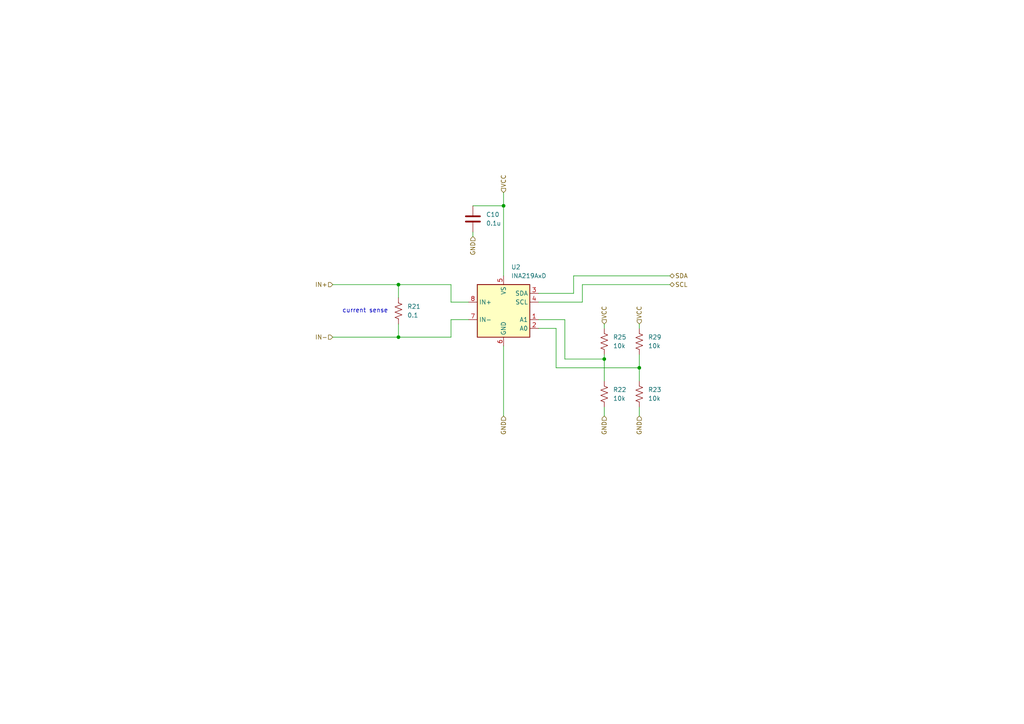
<source format=kicad_sch>
(kicad_sch (version 20231120) (generator "eeschema") (generator_version "8.0")
  (paper "A4")
  (lib_symbols
    (symbol "Device:C" (pin_numbers hide) (pin_names (offset 0.254))
      (property "Reference" "C" (at 0.635 2.54 0))
      (property "Value" "C" (at 0.635 -2.54 0))
      (symbol "C_0_1"
        (polyline (pts (xy -2.032 -0.762) (xy 2.032 -0.762)) (stroke (width 0.508)))
        (polyline (pts (xy -2.032 0.762) (xy 2.032 0.762)) (stroke (width 0.508)))
      )
      (symbol "C_1_1"
        (pin passive line (at 0 3.81 270) (length 2.794) (name "~") (number "1"))
        (pin passive line (at 0 -3.81 90) (length 2.794) (name "~") (number "2"))
      )
    )
    (symbol "Device:R_US" (pin_numbers hide) (pin_names (offset 0))
      (property "Reference" "R" (at 2.54 0 90))
      (property "Value" "R_US" (at -2.54 0 90))
      (symbol "R_US_0_1"
        (polyline (pts (xy 0 -2.286) (xy 0 -2.54)))
        (polyline (pts (xy 0 2.286) (xy 0 2.54)))
        (polyline (pts (xy 0 -0.762) (xy 1.016 -1.143) (xy 0 -1.524) (xy -1.016 -1.905) (xy 0 -2.286)))
        (polyline (pts (xy 0 0.762) (xy 1.016 0.381) (xy 0 0) (xy -1.016 -0.381) (xy 0 -0.762)))
        (polyline (pts (xy 0 2.286) (xy 1.016 1.905) (xy 0 1.524) (xy -1.016 1.143) (xy 0 0.762)))
      )
      (symbol "R_US_1_1"
        (pin passive line (at 0 3.81 270) (length 1.27) (name "~") (number "1"))
        (pin passive line (at 0 -3.81 90) (length 1.27) (name "~") (number "2"))
      )
    )
    (symbol "Sensor_Energy:INA219AxD"
      (property "Reference" "U" (at -6.35 8.89 0))
      (property "Value" "INA219AxD" (at 5.08 8.89 0))
      (symbol "INA219AxD_0_1"
        (rectangle (start -7.62 7.62) (end 7.62 -7.62) (stroke (width 0.254)) (fill (type background)))
      )
      (symbol "INA219AxD_1_1"
        (pin input line (at 10.16 -2.54 180) (length 2.54) (name "A1") (number "1"))
        (pin input line (at 10.16 -5.08 180) (length 2.54) (name "A0") (number "2"))
        (pin bidirectional line (at 10.16 5.08 180) (length 2.54) (name "SDA") (number "3"))
        (pin input line (at 10.16 2.54 180) (length 2.54) (name "SCL") (number "4"))
        (pin power_in line (at 0 10.16 270) (length 2.54) (name "VS") (number "5"))
        (pin power_in line (at 0 -10.16 90) (length 2.54) (name "GND") (number "6"))
        (pin input line (at -10.16 -2.54 0) (length 2.54) (name "IN-") (number "7"))
        (pin input line (at -10.16 2.54 0) (length 2.54) (name "IN+") (number "8"))
      )
    )
  )
  (junction (at 175.26 104.14))
  (junction (at 115.57 82.55))
  (junction (at 115.57 97.79))
  (junction (at 185.42 106.68))
  (junction (at 146.05 59.69))
  (wire (pts (xy 130.81 87.63) (xy 135.89 87.63)))
  (wire (pts (xy 130.81 97.79) (xy 130.81 92.71)))
  (wire (pts (xy 115.57 82.55) (xy 130.81 82.55)))
  (wire (pts (xy 185.42 106.68) (xy 161.29 106.68)))
  (wire (pts (xy 163.83 104.14) (xy 175.26 104.14)))
  (wire (pts (xy 96.52 82.55) (xy 115.57 82.55)))
  (wire (pts (xy 168.91 82.55) (xy 194.31 82.55)))
  (wire (pts (xy 115.57 93.98) (xy 115.57 97.79)))
  (wire (pts (xy 146.05 100.33) (xy 146.05 120.65)))
  (wire (pts (xy 130.81 92.71) (xy 135.89 92.71)))
  (wire (pts (xy 115.57 97.79) (xy 130.81 97.79)))
  (wire (pts (xy 185.42 93.98) (xy 185.42 95.25)))
  (wire (pts (xy 137.16 68.58) (xy 137.16 67.31)))
  (wire (pts (xy 166.37 80.01) (xy 194.31 80.01)))
  (wire (pts (xy 168.91 82.55) (xy 168.91 87.63)))
  (wire (pts (xy 156.21 92.71) (xy 163.83 92.71)))
  (wire (pts (xy 146.05 59.69) (xy 146.05 80.01)))
  (wire (pts (xy 175.26 104.14) (xy 175.26 102.87)))
  (wire (pts (xy 166.37 80.01) (xy 166.37 85.09)))
  (wire (pts (xy 161.29 106.68) (xy 161.29 95.25)))
  (wire (pts (xy 130.81 82.55) (xy 130.81 87.63)))
  (wire (pts (xy 175.26 104.14) (xy 175.26 110.49)))
  (wire (pts (xy 115.57 82.55) (xy 115.57 86.36)))
  (wire (pts (xy 161.29 95.25) (xy 156.21 95.25)))
  (wire (pts (xy 96.52 97.79) (xy 115.57 97.79)))
  (wire (pts (xy 166.37 85.09) (xy 156.21 85.09)))
  (wire (pts (xy 185.42 102.87) (xy 185.42 106.68)))
  (wire (pts (xy 185.42 106.68) (xy 185.42 110.49)))
  (wire (pts (xy 137.16 59.69) (xy 146.05 59.69)))
  (wire (pts (xy 163.83 92.71) (xy 163.83 104.14)))
  (wire (pts (xy 175.26 93.98) (xy 175.26 95.25)))
  (wire (pts (xy 175.26 118.11) (xy 175.26 120.65)))
  (wire (pts (xy 146.05 55.88) (xy 146.05 59.69)))
  (wire (pts (xy 185.42 118.11) (xy 185.42 120.65)))
  (wire (pts (xy 168.91 87.63) (xy 156.21 87.63)))
  (text "current sense" (at 105.918 90.17 0) (effects (font (size 1.27 1.27))))
  (hierarchical_label "IN-" (shape input) (at 96.52 97.79 180))
  (hierarchical_label "SDA" (shape bidirectional) (at 194.31 80.01 0))
  (hierarchical_label "GND" (shape input) (at 175.26 120.65 270))
  (hierarchical_label "SCL" (shape bidirectional) (at 194.31 82.55 0))
  (hierarchical_label "GND" (shape input) (at 137.16 68.58 270))
  (hierarchical_label "VCC" (shape input) (at 175.26 93.98 90))
  (hierarchical_label "GND" (shape input) (at 185.42 120.65 270))
  (hierarchical_label "IN+" (shape input) (at 96.52 82.55 180))
  (hierarchical_label "VCC" (shape input) (at 185.42 93.98 90))
  (hierarchical_label "VCC" (shape input) (at 146.05 55.88 90))
  (hierarchical_label "GND" (shape input) (at 146.05 120.65 270))
  (symbol (lib_id "Device:R_US") (at 185.42 114.3 180) (unit 1)
    (property "Reference" "R23" (at 187.96 113.0299 0) (effects (justify right)))
    (property "Value" "10k" (at 187.96 115.5699 0) (effects (justify right)))
    (property "Footprint" "Resistor_SMD:R_0805_2012Metric" (effects (hide yes)))
    (instances (project "sinking" (path "" (reference "R23") (unit 1)) (path "" (reference "R28") (unit 1))))
  )
  (symbol (lib_id "Device:C") (at 137.16 63.5 0) (unit 1)
    (property "Reference" "C10" (at 140.97 62.2299 0) (effects (justify left)))
    (property "Value" "0.1u" (at 140.97 64.7699 0) (effects (justify left)))
    (property "Footprint" "Capacitor_SMD:C_1210_3225Metric" (effects (hide yes)))
    (instances (project "sinking" (path "" (reference "C10") (unit 1)) (path "" (reference "C11") (unit 1))))
  )
  (symbol (lib_id "Device:R_US") (at 175.26 99.06 180) (unit 1)
    (property "Reference" "R25" (at 177.8 97.7899 0) (effects (justify right)))
    (property "Value" "10k" (at 177.8 100.3299 0) (effects (justify right)))
    (property "Footprint" "Resistor_SMD:R_0805_2012Metric" (effects (hide yes)))
    (instances (project "sinking" (path "" (reference "R25") (unit 1)) (path "" (reference "R30") (unit 1))))
  )
  (symbol (lib_id "Sensor_Energy:INA219AxD") (at 146.05 90.17 0) (unit 1)
    (property "Reference" "U2" (at 148.2441 77.47 0) (effects (justify left)))
    (property "Value" "INA219AxD" (at 148.2441 80.01 0) (effects (justify left)))
    (property "Footprint" "Package_SO:SOIC-8_3.9x4.9mm_P1.27mm" (effects (hide yes)))
    (property "Datasheet" "http://www.ti.com/lit/ds/symlink/ina219.pdf" (effects (hide yes)))
    (instances (project "sinking" (path "" (reference "U2") (unit 1)) (path "" (reference "U3") (unit 1))))
  )
  (symbol (lib_id "Device:R_US") (at 185.42 99.06 180) (unit 1)
    (property "Reference" "R29" (at 187.96 97.7899 0) (effects (justify right)))
    (property "Value" "10k" (at 187.96 100.3299 0) (effects (justify right)))
    (property "Footprint" "Resistor_SMD:R_0805_2012Metric" (effects (hide yes)))
    (instances (project "sinking" (path "" (reference "R29") (unit 1)) (path "" (reference "R31") (unit 1))))
  )
  (symbol (lib_id "Device:R_US") (at 175.26 114.3 180) (unit 1)
    (property "Reference" "R22" (at 177.8 113.0299 0) (effects (justify right)))
    (property "Value" "10k" (at 177.8 115.5699 0) (effects (justify right)))
    (property "Footprint" "Resistor_SMD:R_0805_2012Metric" (effects (hide yes)))
    (instances (project "sinking" (path "" (reference "R22") (unit 1)) (path "" (reference "R27") (unit 1))))
  )
  (symbol (lib_id "Device:R_US") (at 115.57 90.17 0) (unit 1)
    (property "Reference" "R21" (at 118.11 88.8999 0) (effects (justify left)))
    (property "Value" "0.1" (at 118.11 91.4399 0) (effects (justify left)))
    (property "Footprint" "Resistor_SMD:R_2512_6332Metric" (effects (hide yes)))
    (property "Description" "Resistor, US symbol" (effects (hide yes)))
    (instances (project "sinking" (path "" (reference "R21") (unit 1)) (path "" (reference "R26") (unit 1))))
  )
)
</source>
